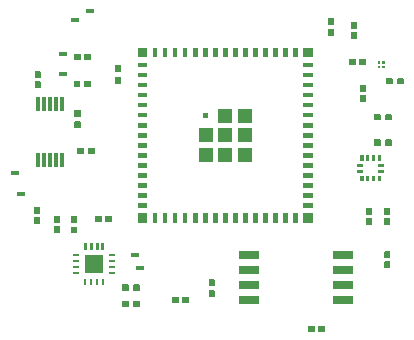
<source format=gtp>
G04 Layer: TopPasteMaskLayer*
G04 EasyEDA v6.4.31, 2022-02-15 11:42:09*
G04 cf861d6554b0406c859822548a314204,c17a8ced473b4d519dda31697e0e54b6,10*
G04 Gerber Generator version 0.2*
G04 Scale: 100 percent, Rotated: No, Reflected: No *
G04 Dimensions in inches *
G04 leading zeros omitted , absolute positions ,3 integer and 6 decimal *
%FSLAX36Y36*%
%MOIN*%

%ADD25R,0.0315X0.0158*%
%ADD28R,0.0236X0.0098*%
%ADD29R,0.0098X0.0236*%
%ADD32R,0.0118X0.0512*%
%ADD37R,0.0685X0.0280*%

%LPD*%
G36*
X1005699Y405640D02*
G01*
X1004120Y404060D01*
X1004120Y385940D01*
X1005699Y384360D01*
X1025400Y384360D01*
X1026979Y385940D01*
X1026979Y404060D01*
X1025400Y405640D01*
G37*
G36*
X1039180Y405640D02*
G01*
X1037620Y404060D01*
X1037620Y385940D01*
X1039180Y384360D01*
X1058900Y384360D01*
X1060480Y385940D01*
X1060480Y404060D01*
X1058900Y405640D01*
G37*
G36*
X1043240Y284680D02*
G01*
X1041660Y283120D01*
X1041660Y263400D01*
X1043240Y261820D01*
X1061360Y261820D01*
X1062920Y263400D01*
X1062920Y283120D01*
X1061360Y284680D01*
G37*
G36*
X1043240Y318180D02*
G01*
X1041660Y316600D01*
X1041660Y296880D01*
X1043240Y295320D01*
X1061360Y295320D01*
X1062920Y296880D01*
X1062920Y316600D01*
X1061360Y318180D01*
G37*
G36*
X121780Y331040D02*
G01*
X120220Y329460D01*
X120220Y311340D01*
X121780Y309760D01*
X141500Y309760D01*
X143080Y311340D01*
X143080Y329460D01*
X141500Y331040D01*
G37*
G36*
X88300Y331040D02*
G01*
X86720Y329460D01*
X86720Y311340D01*
X88300Y309760D01*
X108000Y309760D01*
X109580Y311340D01*
X109580Y329460D01*
X108000Y331040D01*
G37*
G36*
X122780Y421719D02*
G01*
X121220Y420160D01*
X121220Y402040D01*
X122780Y400480D01*
X142500Y400480D01*
X144080Y402040D01*
X144080Y420160D01*
X142500Y421719D01*
G37*
G36*
X89300Y421719D02*
G01*
X87720Y420160D01*
X87720Y402040D01*
X89300Y400480D01*
X109000Y400480D01*
X110580Y402040D01*
X110580Y420160D01*
X109000Y421719D01*
G37*
G36*
X193380Y-118960D02*
G01*
X191820Y-120540D01*
X191820Y-138660D01*
X193380Y-140240D01*
X213100Y-140240D01*
X214680Y-138660D01*
X214680Y-120540D01*
X213100Y-118960D01*
G37*
G36*
X159900Y-118960D02*
G01*
X158320Y-120540D01*
X158320Y-138660D01*
X159900Y-140240D01*
X179600Y-140240D01*
X181180Y-138660D01*
X181180Y-120540D01*
X179600Y-118960D01*
G37*
G36*
X226140Y383120D02*
G01*
X224180Y381140D01*
X224180Y362239D01*
X226140Y359480D01*
X243860Y359480D01*
X245820Y362239D01*
X245820Y381140D01*
X243860Y383120D01*
G37*
G36*
X226140Y345319D02*
G01*
X224180Y342560D01*
X224180Y323660D01*
X226140Y321700D01*
X243860Y321700D01*
X245820Y323660D01*
X245820Y342560D01*
X243860Y345319D01*
G37*
G36*
X449180Y-389360D02*
G01*
X447620Y-390940D01*
X447620Y-409060D01*
X449180Y-410640D01*
X468900Y-410640D01*
X470480Y-409060D01*
X470480Y-390940D01*
X468900Y-389360D01*
G37*
G36*
X415700Y-389360D02*
G01*
X414120Y-390940D01*
X414120Y-409060D01*
X415700Y-410640D01*
X435400Y-410640D01*
X436980Y-409060D01*
X436980Y-390940D01*
X435400Y-389360D01*
G37*
G36*
X870699Y-484360D02*
G01*
X869120Y-485940D01*
X869120Y-504060D01*
X870699Y-505640D01*
X890400Y-505640D01*
X891979Y-504060D01*
X891979Y-485940D01*
X890400Y-484360D01*
G37*
G36*
X904180Y-484360D02*
G01*
X902620Y-485940D01*
X902620Y-504060D01*
X904180Y-505640D01*
X923900Y-505640D01*
X925480Y-504060D01*
X925480Y-485940D01*
X923900Y-484360D01*
G37*
G36*
X936140Y502920D02*
G01*
X934180Y500160D01*
X934180Y481260D01*
X936140Y479300D01*
X953860Y479300D01*
X955819Y481260D01*
X955819Y500160D01*
X953860Y502920D01*
G37*
G36*
X936140Y540700D02*
G01*
X934180Y538740D01*
X934180Y519840D01*
X936140Y517080D01*
X953860Y517080D01*
X955819Y519840D01*
X955819Y538740D01*
X953860Y540700D01*
G37*
G36*
X538440Y-329300D02*
G01*
X536480Y-331260D01*
X536480Y-350160D01*
X538440Y-352920D01*
X556160Y-352920D01*
X558120Y-350160D01*
X558120Y-331260D01*
X556160Y-329300D01*
G37*
G36*
X538440Y-367080D02*
G01*
X536480Y-369840D01*
X536480Y-388740D01*
X538440Y-390700D01*
X556160Y-390700D01*
X558120Y-388740D01*
X558120Y-369840D01*
X556160Y-367080D01*
G37*
G36*
X138140Y107820D02*
G01*
X135380Y105860D01*
X135380Y88140D01*
X138140Y86180D01*
X157040Y86180D01*
X159000Y88140D01*
X159000Y105860D01*
X157040Y107820D01*
G37*
G36*
X99560Y107820D02*
G01*
X97600Y105860D01*
X97600Y88140D01*
X99560Y86180D01*
X118460Y86180D01*
X121220Y88140D01*
X121220Y105860D01*
X118460Y107820D01*
G37*
G36*
X90440Y197920D02*
G01*
X88480Y195159D01*
X88480Y176260D01*
X90440Y174300D01*
X108160Y174300D01*
X110120Y176260D01*
X110120Y195159D01*
X108160Y197920D01*
G37*
G36*
X90440Y235700D02*
G01*
X88480Y233740D01*
X88480Y214840D01*
X90440Y212079D01*
X108160Y212079D01*
X110120Y214840D01*
X110120Y233740D01*
X108160Y235700D01*
G37*
G36*
X1123240Y-270320D02*
G01*
X1121660Y-271880D01*
X1121660Y-291600D01*
X1123240Y-293180D01*
X1141360Y-293180D01*
X1142920Y-291600D01*
X1142920Y-271880D01*
X1141360Y-270320D01*
G37*
G36*
X1123240Y-236820D02*
G01*
X1121660Y-238400D01*
X1121660Y-258120D01*
X1123240Y-259680D01*
X1141360Y-259680D01*
X1142920Y-258120D01*
X1142920Y-238400D01*
X1141360Y-236820D01*
G37*
G36*
X-41760Y363180D02*
G01*
X-43339Y361599D01*
X-43339Y341880D01*
X-41760Y340319D01*
X-23640Y340319D01*
X-22080Y341880D01*
X-22080Y361599D01*
X-23640Y363180D01*
G37*
G36*
X-41760Y329680D02*
G01*
X-43339Y328120D01*
X-43339Y308400D01*
X-41760Y306820D01*
X-23640Y306820D01*
X-22080Y308400D01*
X-22080Y328120D01*
X-23640Y329680D01*
G37*
G36*
X1127140Y220820D02*
G01*
X1124380Y218860D01*
X1124380Y201140D01*
X1127140Y199180D01*
X1146040Y199180D01*
X1148000Y201140D01*
X1148000Y218860D01*
X1146040Y220820D01*
G37*
G36*
X1088560Y220820D02*
G01*
X1086600Y218860D01*
X1086600Y201140D01*
X1088560Y199180D01*
X1107460Y199180D01*
X1110220Y201140D01*
X1110220Y218860D01*
X1107460Y220820D01*
G37*
G36*
X1127140Y135820D02*
G01*
X1124380Y133860D01*
X1124380Y116140D01*
X1127140Y114179D01*
X1146040Y114179D01*
X1148000Y116140D01*
X1148000Y133860D01*
X1146040Y135820D01*
G37*
G36*
X1088560Y135820D02*
G01*
X1086600Y133860D01*
X1086600Y116140D01*
X1088560Y114179D01*
X1107460Y114179D01*
X1110220Y116140D01*
X1110220Y133860D01*
X1107460Y135820D01*
G37*
G36*
X1167140Y340820D02*
G01*
X1164380Y338860D01*
X1164380Y321140D01*
X1167140Y319180D01*
X1186040Y319180D01*
X1188000Y321140D01*
X1188000Y338860D01*
X1186040Y340820D01*
G37*
G36*
X1128560Y340820D02*
G01*
X1126600Y338860D01*
X1126600Y321140D01*
X1128560Y319180D01*
X1147460Y319180D01*
X1150220Y321140D01*
X1150220Y338860D01*
X1147460Y340820D01*
G37*
G36*
X1013240Y494680D02*
G01*
X1011660Y493120D01*
X1011660Y473400D01*
X1013240Y471820D01*
X1031360Y471820D01*
X1032920Y473400D01*
X1032920Y493120D01*
X1031360Y494680D01*
G37*
G36*
X1013240Y528180D02*
G01*
X1011660Y526600D01*
X1011660Y506880D01*
X1013240Y505319D01*
X1031360Y505319D01*
X1032920Y506880D01*
X1032920Y526600D01*
X1031360Y528180D01*
G37*
G36*
X1063240Y-125320D02*
G01*
X1061660Y-126880D01*
X1061660Y-146600D01*
X1063240Y-148180D01*
X1081360Y-148180D01*
X1082920Y-146600D01*
X1082920Y-126880D01*
X1081360Y-125320D01*
G37*
G36*
X1063240Y-91820D02*
G01*
X1061660Y-93400D01*
X1061660Y-113120D01*
X1063240Y-114680D01*
X1081360Y-114680D01*
X1082920Y-113120D01*
X1082920Y-93400D01*
X1081360Y-91820D01*
G37*
G36*
X1123240Y-91820D02*
G01*
X1121660Y-93400D01*
X1121660Y-113120D01*
X1123240Y-114680D01*
X1141360Y-114680D01*
X1142920Y-113120D01*
X1142920Y-93400D01*
X1141360Y-91820D01*
G37*
G36*
X1123240Y-125320D02*
G01*
X1121660Y-126880D01*
X1121660Y-146600D01*
X1123240Y-148180D01*
X1141360Y-148180D01*
X1142920Y-146600D01*
X1142920Y-126880D01*
X1141360Y-125320D01*
G37*
G36*
X1117020Y396820D02*
G01*
X1116240Y396019D01*
X1116240Y389720D01*
X1117020Y388940D01*
X1123320Y388940D01*
X1124100Y389720D01*
X1124100Y396019D01*
X1123320Y396820D01*
G37*
G36*
X1117020Y381060D02*
G01*
X1116240Y380280D01*
X1116240Y373980D01*
X1117020Y373180D01*
X1123320Y373180D01*
X1124100Y373980D01*
X1124100Y380280D01*
X1123320Y381060D01*
G37*
G36*
X1101280Y396820D02*
G01*
X1100480Y396019D01*
X1100480Y389720D01*
X1101280Y388940D01*
X1107580Y388940D01*
X1108360Y389720D01*
X1108360Y396019D01*
X1107580Y396820D01*
G37*
G36*
X1101280Y381060D02*
G01*
X1100480Y380280D01*
X1100480Y373980D01*
X1101280Y373180D01*
X1107580Y373180D01*
X1108360Y373980D01*
X1108360Y380280D01*
X1107580Y381060D01*
G37*
G36*
X21740Y-120520D02*
G01*
X20160Y-122100D01*
X20160Y-141820D01*
X21740Y-143380D01*
X39860Y-143380D01*
X41420Y-141820D01*
X41420Y-122100D01*
X39860Y-120520D01*
G37*
G36*
X21740Y-154020D02*
G01*
X20160Y-155600D01*
X20160Y-175300D01*
X21740Y-176880D01*
X39860Y-176880D01*
X41420Y-175300D01*
X41420Y-155600D01*
X39860Y-154020D01*
G37*
G36*
X78740Y-120820D02*
G01*
X77160Y-122400D01*
X77160Y-142100D01*
X78740Y-143680D01*
X96860Y-143680D01*
X98420Y-142100D01*
X98420Y-122400D01*
X96860Y-120820D01*
G37*
G36*
X78740Y-154320D02*
G01*
X77160Y-155880D01*
X77160Y-175600D01*
X78740Y-177180D01*
X96860Y-177180D01*
X98420Y-175600D01*
X98420Y-155880D01*
X96860Y-154320D01*
G37*
G36*
X-44260Y-88620D02*
G01*
X-45839Y-90200D01*
X-45839Y-109900D01*
X-44260Y-111480D01*
X-26140Y-111480D01*
X-24580Y-109900D01*
X-24580Y-90200D01*
X-26140Y-88620D01*
G37*
G36*
X-44260Y-122120D02*
G01*
X-45839Y-123699D01*
X-45839Y-143400D01*
X-44260Y-144980D01*
X-26140Y-144980D01*
X-24580Y-143400D01*
X-24580Y-123699D01*
X-26140Y-122120D01*
G37*
G36*
X287040Y-346380D02*
G01*
X284280Y-348340D01*
X284280Y-366060D01*
X287040Y-368020D01*
X305940Y-368020D01*
X307900Y-366060D01*
X307900Y-348340D01*
X305940Y-346380D01*
G37*
G36*
X248460Y-346380D02*
G01*
X246500Y-348340D01*
X246500Y-366060D01*
X248460Y-368020D01*
X267360Y-368020D01*
X270120Y-366060D01*
X270120Y-348340D01*
X267360Y-346380D01*
G37*
G36*
X287340Y-402180D02*
G01*
X284580Y-404140D01*
X284580Y-421860D01*
X287340Y-423820D01*
X306240Y-423820D01*
X308200Y-421860D01*
X308200Y-404140D01*
X306240Y-402180D01*
G37*
G36*
X248760Y-402180D02*
G01*
X246800Y-404140D01*
X246800Y-421860D01*
X248760Y-423820D01*
X267660Y-423820D01*
X270420Y-421860D01*
X270420Y-404140D01*
X267660Y-402180D01*
G37*
D25*
G01*
X-110000Y25000D03*
G01*
X-90000Y-45000D03*
G01*
X291499Y-250199D03*
G01*
X307399Y-293699D03*
G01*
X50499Y352500D03*
G01*
X50999Y421999D03*
G01*
X140000Y565000D03*
G01*
X90000Y535000D03*
D28*
G01*
X95949Y-250030D03*
G01*
X95949Y-269720D03*
G01*
X95949Y-289400D03*
G01*
X95949Y-309090D03*
D29*
G01*
X125549Y-338550D03*
G01*
X145239Y-338550D03*
G01*
X164919Y-338550D03*
G01*
X184609Y-338550D03*
D28*
G01*
X214049Y-309029D03*
G01*
X214049Y-289340D03*
G01*
X214049Y-269659D03*
G01*
X214059Y-250030D03*
G36*
X179687Y-208634D02*
G01*
X189529Y-208634D01*
X189529Y-232255D01*
X179687Y-232255D01*
G37*
G36*
X160002Y-208632D02*
G01*
X169844Y-208632D01*
X169844Y-232255D01*
X160002Y-232255D01*
G37*
G36*
X140317Y-208634D02*
G01*
X150159Y-208634D01*
X150159Y-232255D01*
X140317Y-232255D01*
G37*
G36*
X120632Y-208634D02*
G01*
X130474Y-208634D01*
X130474Y-232255D01*
X120632Y-232255D01*
G37*
G36*
X125471Y-249971D02*
G01*
X184527Y-249971D01*
X184527Y-309027D01*
X125471Y-309027D01*
G37*
D32*
G01*
X46669Y252519D03*
G01*
X26989Y252519D03*
G01*
X7309Y252519D03*
G01*
X-12390Y252519D03*
G01*
X-32070Y252519D03*
G01*
X-32060Y67480D03*
G01*
X-12390Y67480D03*
G01*
X7299Y67480D03*
G01*
X26989Y67480D03*
G01*
X46679Y67480D03*
G36*
X300959Y441340D02*
G01*
X332459Y441340D01*
X332459Y409839D01*
X300959Y409839D01*
G37*
G36*
X300959Y-109839D02*
G01*
X332459Y-109839D01*
X332459Y-141340D01*
X300959Y-141340D01*
G37*
G36*
X852139Y441340D02*
G01*
X883639Y441340D01*
X883639Y409839D01*
X852139Y409839D01*
G37*
G36*
X852139Y-109839D02*
G01*
X883639Y-109839D01*
X883639Y-141340D01*
X852139Y-141340D01*
G37*
G36*
X300959Y392125D02*
G01*
X332459Y392125D01*
X332459Y376374D01*
X300959Y376374D01*
G37*
G36*
X300959Y358665D02*
G01*
X332459Y358665D01*
X332459Y342914D01*
X300959Y342914D01*
G37*
G36*
X300959Y325195D02*
G01*
X332459Y325195D01*
X332459Y309445D01*
X300959Y309445D01*
G37*
G36*
X300959Y291734D02*
G01*
X332459Y291734D01*
X332459Y275984D01*
X300959Y275984D01*
G37*
G36*
X300959Y258265D02*
G01*
X332459Y258265D01*
X332459Y242514D01*
X300959Y242514D01*
G37*
G36*
X300959Y224804D02*
G01*
X332459Y224804D01*
X332459Y209054D01*
X300959Y209054D01*
G37*
G36*
X300959Y191334D02*
G01*
X332459Y191334D01*
X332459Y175585D01*
X300959Y175585D01*
G37*
G36*
X300959Y157874D02*
G01*
X332459Y157874D01*
X332459Y142125D01*
X300959Y142125D01*
G37*
G36*
X300959Y124414D02*
G01*
X332459Y124414D01*
X332459Y108665D01*
X300959Y108665D01*
G37*
G36*
X300959Y90945D02*
G01*
X332459Y90945D01*
X332459Y75195D01*
X300959Y75195D01*
G37*
G36*
X300959Y57485D02*
G01*
X332459Y57485D01*
X332459Y41734D01*
X300959Y41734D01*
G37*
G36*
X300959Y24015D02*
G01*
X332459Y24015D01*
X332459Y8265D01*
X300959Y8265D01*
G37*
G36*
X300959Y-9445D02*
G01*
X332459Y-9445D01*
X332459Y-25195D01*
X300959Y-25195D01*
G37*
G36*
X300959Y-42914D02*
G01*
X332459Y-42914D01*
X332459Y-58665D01*
X300959Y-58665D01*
G37*
G36*
X300959Y-76374D02*
G01*
X332459Y-76374D01*
X332459Y-92125D01*
X300959Y-92125D01*
G37*
G36*
X350169Y-109839D02*
G01*
X365919Y-109839D01*
X365919Y-141340D01*
X350169Y-141340D01*
G37*
G36*
X383639Y-109839D02*
G01*
X399389Y-109839D01*
X399389Y-141340D01*
X383639Y-141340D01*
G37*
G36*
X417099Y-109839D02*
G01*
X432849Y-109839D01*
X432849Y-141340D01*
X417099Y-141340D01*
G37*
G36*
X450569Y-109839D02*
G01*
X466319Y-109839D01*
X466319Y-141340D01*
X450569Y-141340D01*
G37*
G36*
X484029Y-109839D02*
G01*
X499779Y-109839D01*
X499779Y-141340D01*
X484029Y-141340D01*
G37*
G36*
X517500Y-109839D02*
G01*
X533239Y-109839D01*
X533239Y-141340D01*
X517500Y-141340D01*
G37*
G36*
X550959Y-109839D02*
G01*
X566709Y-109839D01*
X566709Y-141340D01*
X550959Y-141340D01*
G37*
G36*
X584429Y-109839D02*
G01*
X600169Y-109839D01*
X600169Y-141340D01*
X584429Y-141340D01*
G37*
G36*
X617889Y-109839D02*
G01*
X633639Y-109839D01*
X633639Y-141340D01*
X617889Y-141340D01*
G37*
G36*
X651359Y-109839D02*
G01*
X667099Y-109839D01*
X667099Y-141340D01*
X651359Y-141340D01*
G37*
G36*
X684819Y-109839D02*
G01*
X700569Y-109839D01*
X700569Y-141340D01*
X684819Y-141340D01*
G37*
G36*
X718279Y-109839D02*
G01*
X734029Y-109839D01*
X734029Y-141340D01*
X718279Y-141340D01*
G37*
G36*
X751749Y-109839D02*
G01*
X767500Y-109839D01*
X767500Y-141340D01*
X751749Y-141340D01*
G37*
G36*
X785209Y-109839D02*
G01*
X800959Y-109839D01*
X800959Y-141340D01*
X785209Y-141340D01*
G37*
G36*
X818679Y-109839D02*
G01*
X834429Y-109839D01*
X834429Y-141340D01*
X818679Y-141340D01*
G37*
G36*
X852139Y-76374D02*
G01*
X883639Y-76374D01*
X883639Y-92125D01*
X852139Y-92125D01*
G37*
G36*
X852139Y-42914D02*
G01*
X883639Y-42914D01*
X883639Y-58665D01*
X852139Y-58665D01*
G37*
G36*
X852139Y-9445D02*
G01*
X883639Y-9445D01*
X883639Y-25195D01*
X852139Y-25195D01*
G37*
G36*
X852139Y24015D02*
G01*
X883639Y24015D01*
X883639Y8265D01*
X852139Y8265D01*
G37*
G36*
X852139Y57485D02*
G01*
X883639Y57485D01*
X883639Y41734D01*
X852139Y41734D01*
G37*
G36*
X852139Y90945D02*
G01*
X883639Y90945D01*
X883639Y75195D01*
X852139Y75195D01*
G37*
G36*
X852139Y124414D02*
G01*
X883639Y124414D01*
X883639Y108665D01*
X852139Y108665D01*
G37*
G36*
X852139Y157874D02*
G01*
X883639Y157874D01*
X883639Y142125D01*
X852139Y142125D01*
G37*
G36*
X852139Y191334D02*
G01*
X883639Y191334D01*
X883639Y175585D01*
X852139Y175585D01*
G37*
G36*
X852139Y224804D02*
G01*
X883639Y224804D01*
X883639Y209054D01*
X852139Y209054D01*
G37*
G36*
X852139Y258265D02*
G01*
X883639Y258265D01*
X883639Y242514D01*
X852139Y242514D01*
G37*
G36*
X852139Y291734D02*
G01*
X883639Y291734D01*
X883639Y275984D01*
X852139Y275984D01*
G37*
G36*
X852139Y325195D02*
G01*
X883639Y325195D01*
X883639Y309445D01*
X852139Y309445D01*
G37*
G36*
X852139Y358665D02*
G01*
X883639Y358665D01*
X883639Y342914D01*
X852139Y342914D01*
G37*
G36*
X852139Y392125D02*
G01*
X883639Y392125D01*
X883639Y376374D01*
X852139Y376374D01*
G37*
G36*
X818679Y441340D02*
G01*
X834429Y441340D01*
X834429Y409839D01*
X818679Y409839D01*
G37*
G36*
X785209Y441340D02*
G01*
X800959Y441340D01*
X800959Y409839D01*
X785209Y409839D01*
G37*
G36*
X751749Y441340D02*
G01*
X767500Y441340D01*
X767500Y409839D01*
X751749Y409839D01*
G37*
G36*
X718279Y441340D02*
G01*
X734029Y441340D01*
X734029Y409839D01*
X718279Y409839D01*
G37*
G36*
X684819Y441340D02*
G01*
X700569Y441340D01*
X700569Y409839D01*
X684819Y409839D01*
G37*
G36*
X651359Y441340D02*
G01*
X667099Y441340D01*
X667099Y409839D01*
X651359Y409839D01*
G37*
G36*
X617889Y441340D02*
G01*
X633639Y441340D01*
X633639Y409839D01*
X617889Y409839D01*
G37*
G36*
X584429Y441340D02*
G01*
X600169Y441340D01*
X600169Y409839D01*
X584429Y409839D01*
G37*
G36*
X550959Y441340D02*
G01*
X566709Y441340D01*
X566709Y409839D01*
X550959Y409839D01*
G37*
G36*
X517500Y441340D02*
G01*
X533239Y441340D01*
X533239Y409839D01*
X517500Y409839D01*
G37*
G36*
X484029Y441340D02*
G01*
X499779Y441340D01*
X499779Y409839D01*
X484029Y409839D01*
G37*
G36*
X450569Y441340D02*
G01*
X466319Y441340D01*
X466319Y409839D01*
X450569Y409839D01*
G37*
G36*
X417099Y441340D02*
G01*
X432849Y441340D01*
X432849Y409839D01*
X417099Y409839D01*
G37*
G36*
X383639Y441340D02*
G01*
X399389Y441340D01*
X399389Y409839D01*
X383639Y409839D01*
G37*
G36*
X350169Y441340D02*
G01*
X365919Y441340D01*
X365919Y409839D01*
X350169Y409839D01*
G37*
G36*
X519465Y222834D02*
G01*
X535214Y222834D01*
X535214Y207085D01*
X519465Y207085D01*
G37*
G36*
X568679Y173620D02*
G01*
X615919Y173620D01*
X615919Y126379D01*
X568679Y126379D01*
G37*
G36*
X568679Y238580D02*
G01*
X615919Y238580D01*
X615919Y191340D01*
X568679Y191340D01*
G37*
G36*
X633639Y238580D02*
G01*
X680879Y238580D01*
X680879Y191340D01*
X633639Y191340D01*
G37*
G36*
X633639Y173620D02*
G01*
X680879Y173620D01*
X680879Y126379D01*
X633639Y126379D01*
G37*
G36*
X633639Y108659D02*
G01*
X680879Y108659D01*
X680879Y61419D01*
X633639Y61419D01*
G37*
G36*
X568679Y108659D02*
G01*
X615919Y108659D01*
X615919Y61419D01*
X568679Y61419D01*
G37*
G36*
X503719Y108659D02*
G01*
X550959Y108659D01*
X550959Y61419D01*
X503719Y61419D01*
G37*
G36*
X503719Y173620D02*
G01*
X550959Y173620D01*
X550959Y126379D01*
X503719Y126379D01*
G37*
D37*
G01*
X984589Y-400000D03*
G01*
X984589Y-350000D03*
G01*
X984589Y-300000D03*
G01*
X984589Y-250000D03*
G01*
X670009Y-250000D03*
G01*
X670009Y-300000D03*
G01*
X670009Y-350000D03*
G01*
X670009Y-400000D03*
G36*
X1033009Y35671D02*
G01*
X1052694Y35671D01*
X1052694Y24648D01*
X1033009Y24648D01*
G37*
G36*
X1033009Y55351D02*
G01*
X1052694Y55351D01*
X1052694Y44328D01*
X1033009Y44328D01*
G37*
G36*
X1042257Y84292D02*
G01*
X1053281Y84292D01*
X1053281Y64607D01*
X1042257Y64607D01*
G37*
G36*
X1061947Y84292D02*
G01*
X1072971Y84292D01*
X1072971Y64607D01*
X1061947Y64607D01*
G37*
G36*
X1081627Y84292D02*
G01*
X1092651Y84292D01*
X1092651Y64607D01*
X1081627Y64607D01*
G37*
G36*
X1101317Y84292D02*
G01*
X1112341Y84292D01*
X1112341Y64607D01*
X1101317Y64607D01*
G37*
G36*
X1101903Y55351D02*
G01*
X1121588Y55351D01*
X1121588Y44328D01*
X1101903Y44328D01*
G37*
G36*
X1101903Y35671D02*
G01*
X1121588Y35671D01*
X1121588Y24648D01*
X1101903Y24648D01*
G37*
G36*
X1101317Y15392D02*
G01*
X1112341Y15392D01*
X1112341Y-4292D01*
X1101317Y-4292D01*
G37*
G36*
X1081627Y15392D02*
G01*
X1092651Y15392D01*
X1092651Y-4292D01*
X1081627Y-4292D01*
G37*
G36*
X1061947Y15392D02*
G01*
X1072971Y15392D01*
X1072971Y-4292D01*
X1061947Y-4292D01*
G37*
G36*
X1042257Y15392D02*
G01*
X1053281Y15392D01*
X1053281Y-4292D01*
X1042257Y-4292D01*
G37*
M02*

</source>
